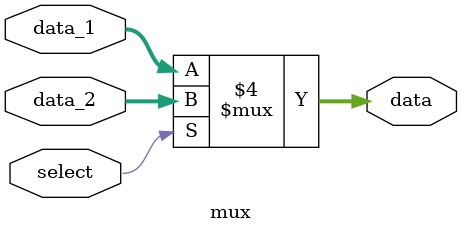
<source format=v>
`timescale 1ns / 1ps
module mux(
    input [7:0] data_1,
    input [7:0] data_2,
    input select,
    output reg [7:0] data
    );

	always @ (*)
	begin
		if (select == 0)
			data = data_1;
		else
			data = data_2;
	end

endmodule

</source>
